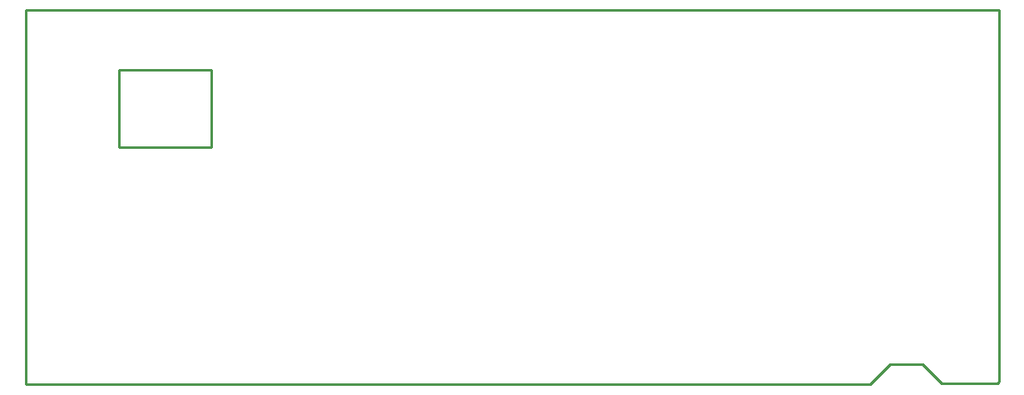
<source format=gko>
%FSLAX25Y25*%
%MOIN*%
G70*
G01*
G75*
G04 Layer_Color=16711935*
%ADD10R,0.05512X0.04724*%
%ADD11R,0.05512X0.05512*%
%ADD12R,0.05512X0.05906*%
%ADD13R,0.03543X0.02756*%
%ADD14C,0.02500*%
%ADD15C,0.01000*%
%ADD16C,0.16000*%
%ADD17R,0.05906X0.05906*%
%ADD18C,0.05906*%
%ADD19C,0.05512*%
%ADD20R,0.05906X0.05906*%
%ADD21C,0.04724*%
%ADD22C,0.12992*%
%ADD23C,0.00787*%
%ADD24C,0.00984*%
%ADD25C,0.02362*%
%ADD26C,0.00098*%
%ADD27C,0.00098*%
%ADD28R,0.06312X0.05524*%
%ADD29R,0.06312X0.06312*%
%ADD30R,0.06312X0.06706*%
%ADD31R,0.04343X0.03556*%
%ADD32C,0.16800*%
%ADD33R,0.06706X0.06706*%
%ADD34C,0.06706*%
%ADD35C,0.06312*%
%ADD36R,0.06706X0.06706*%
%ADD37C,0.05524*%
%ADD38C,0.13792*%
%ADD39C,0.00394*%
D15*
X0Y150000D02*
X390000D01*
X37500Y95000D02*
Y126000D01*
Y95000D02*
X74500D01*
Y126000D01*
X37500D02*
X74500D01*
X0Y0D02*
Y150000D01*
X390000Y1000D02*
Y150000D01*
X389500Y500D02*
X390000Y1000D01*
X367000Y500D02*
X389500D01*
X359500Y8000D02*
X367000Y500D01*
X346500Y8000D02*
X359500D01*
X338500Y0D02*
X346500Y8000D01*
X0Y0D02*
X338500D01*
M02*

</source>
